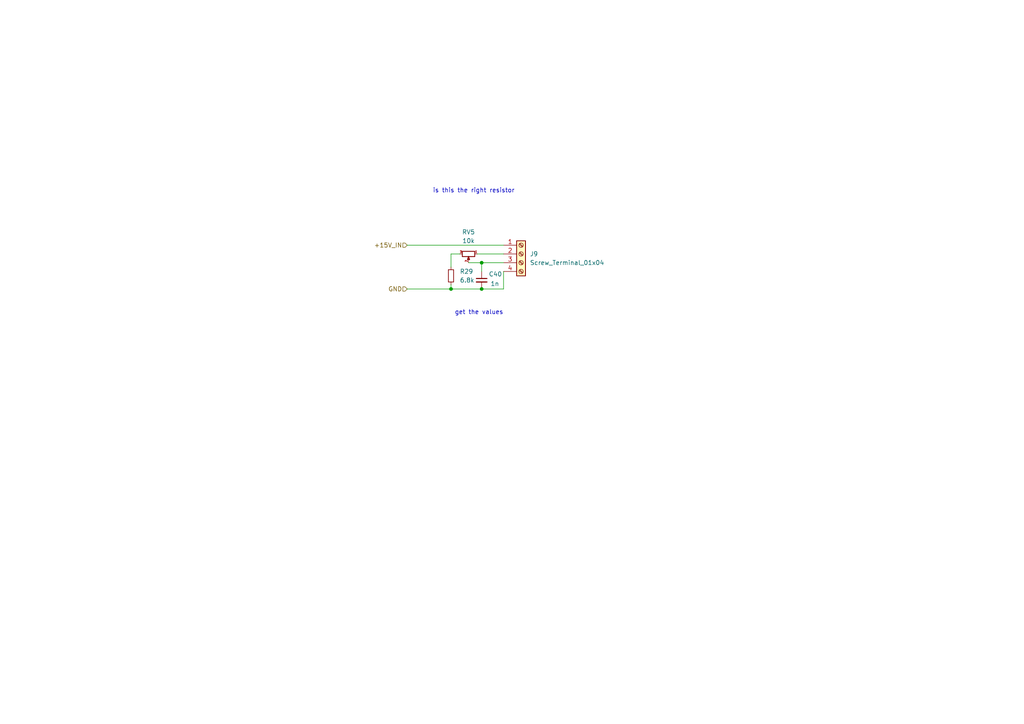
<source format=kicad_sch>
(kicad_sch (version 20231120) (generator "eeschema") (generator_version "8.0")
  (paper "A4")
  (lib_symbols
    (symbol "Connector:Screw_Terminal_01x04" (pin_names (offset 1.016) hide)
      (property "Reference" "J" (at 0 5.08 0))
      (property "Value" "Screw_Terminal_01x04" (at 0 -7.62 0))
      (symbol "Screw_Terminal_01x04_1_1"
        (rectangle (start -1.27 3.81) (end 1.27 -6.35) (stroke (width 0.254)) (fill (type background)))
        (circle (center 0 -5.08) (radius 0.635) (stroke (width 0.1524)))
        (circle (center 0 -2.54) (radius 0.635) (stroke (width 0.1524)))
        (polyline (pts (xy -0.5334 -4.7498) (xy 0.3302 -5.588)) (stroke (width 0.1524)))
        (polyline (pts (xy -0.5334 -2.2098) (xy 0.3302 -3.048)) (stroke (width 0.1524)))
        (polyline (pts (xy -0.5334 0.3302) (xy 0.3302 -0.508)) (stroke (width 0.1524)))
        (polyline (pts (xy -0.5334 2.8702) (xy 0.3302 2.032)) (stroke (width 0.1524)))
        (polyline (pts (xy -0.3556 -4.572) (xy 0.508 -5.4102)) (stroke (width 0.1524)))
        (polyline (pts (xy -0.3556 -2.032) (xy 0.508 -2.8702)) (stroke (width 0.1524)))
        (polyline (pts (xy -0.3556 0.508) (xy 0.508 -0.3302)) (stroke (width 0.1524)))
        (polyline (pts (xy -0.3556 3.048) (xy 0.508 2.2098)) (stroke (width 0.1524)))
        (circle (center 0 0) (radius 0.635) (stroke (width 0.1524)))
        (circle (center 0 2.54) (radius 0.635) (stroke (width 0.1524)))
        (pin passive line (at -5.08 2.54 0) (length 3.81) (name "Pin_1") (number "1"))
        (pin passive line (at -5.08 0 0) (length 3.81) (name "Pin_2") (number "2"))
        (pin passive line (at -5.08 -2.54 0) (length 3.81) (name "Pin_3") (number "3"))
        (pin passive line (at -5.08 -5.08 0) (length 3.81) (name "Pin_4") (number "4"))
      )
    )
    (symbol "Device:C_Small" (pin_numbers hide) (pin_names (offset 0.254) hide)
      (property "Reference" "C" (at 0.254 1.778 0))
      (property "Value" "C_Small" (at 0.254 -2.032 0))
      (symbol "C_Small_0_1"
        (polyline (pts (xy -1.524 -0.508) (xy 1.524 -0.508)) (stroke (width 0.3302)))
        (polyline (pts (xy -1.524 0.508) (xy 1.524 0.508)) (stroke (width 0.3048)))
      )
      (symbol "C_Small_1_1"
        (pin passive line (at 0 2.54 270) (length 2.032) (name "~") (number "1"))
        (pin passive line (at 0 -2.54 90) (length 2.032) (name "~") (number "2"))
      )
    )
    (symbol "Device:R_Potentiometer_Small" (pin_names (offset 1.016) hide)
      (property "Reference" "RV" (at -4.445 0 90))
      (property "Value" "R_Potentiometer_Small" (at -2.54 0 90))
      (symbol "R_Potentiometer_Small_0_1"
        (polyline (pts (xy 0.889 0) (xy 0.635 0) (xy 1.651 0.381) (xy 1.651 -0.381) (xy 0.635 0) (xy 0.889 0)) (fill (type outline)))
        (rectangle (start 0.762 1.8034) (end -0.762 -1.8034) (stroke (width 0.254)))
      )
      (symbol "R_Potentiometer_Small_1_1"
        (pin passive line (at 0 2.54 270) (length 0.635) (name "1") (number "1"))
        (pin passive line (at 2.54 0 180) (length 0.9906) (name "2") (number "2"))
        (pin passive line (at 0 -2.54 90) (length 0.635) (name "3") (number "3"))
      )
    )
    (symbol "Device:R_Small" (pin_numbers hide) (pin_names (offset 0.254) hide)
      (property "Reference" "R" (at 0.762 0.508 0))
      (property "Value" "R_Small" (at 0.762 -1.016 0))
      (symbol "R_Small_0_1"
        (rectangle (start -0.762 1.778) (end 0.762 -1.778) (stroke (width 0.2032)))
      )
      (symbol "R_Small_1_1"
        (pin passive line (at 0 2.54 270) (length 0.762) (name "~") (number "1"))
        (pin passive line (at 0 -2.54 90) (length 0.762) (name "~") (number "2"))
      )
    )
  )
  (junction (at 139.7 83.82))
  (junction (at 130.81 83.82))
  (junction (at 139.7 76.2))
  (wire (pts (xy 146.05 76.2) (xy 139.7 76.2)))
  (wire (pts (xy 118.11 71.12) (xy 146.05 71.12)))
  (wire (pts (xy 130.81 82.55) (xy 130.81 83.82)))
  (wire (pts (xy 130.81 83.82) (xy 139.7 83.82)))
  (wire (pts (xy 135.89 76.2) (xy 139.7 76.2)))
  (wire (pts (xy 118.11 83.82) (xy 130.81 83.82)))
  (wire (pts (xy 130.81 73.66) (xy 130.81 77.47)))
  (wire (pts (xy 146.05 78.74) (xy 146.05 83.82)))
  (wire (pts (xy 146.05 83.82) (xy 139.7 83.82)))
  (wire (pts (xy 138.43 73.66) (xy 146.05 73.66)))
  (wire (pts (xy 139.7 78.74) (xy 139.7 76.2)))
  (wire (pts (xy 133.35 73.66) (xy 130.81 73.66)))
  (text "is this the right resistor\n" (at 137.414 55.372 0) (effects (font (size 1.27 1.27))))
  (text "get the values" (at 138.938 90.678 0) (effects (font (size 1.27 1.27))))
  (hierarchical_label "GND" (shape input) (at 118.11 83.82 180))
  (hierarchical_label "+15V_IN" (shape input) (at 118.11 71.12 180))
  (symbol (lib_id "Device:C_Small") (at 139.7 81.28 0) (unit 1)
    (property "Reference" "C40" (at 141.732 79.502 0) (effects (justify left)))
    (property "Value" "1n" (at 142.24 82.296 0) (effects (justify left)))
    (property "Footprint" "Capacitor_SMD:C_0805_2012Metric" (effects (hide yes)))
    (property "Description" "Unpolarized capacitor, small symbol" (effects (hide yes)))
    (instances (project "bellamu" (path "" (reference "C40") (unit 1)) (path "" (reference "C34") (unit 1))))
  )
  (symbol (lib_id "Connector:Screw_Terminal_01x04") (at 151.13 73.66 0) (unit 1)
    (property "Reference" "J9" (at 153.67 73.6599 0) (effects (justify left)))
    (property "Value" "Screw_Terminal_01x04" (at 153.67 76.1999 0) (effects (justify left)))
    (property "Footprint" "screwterm:1725672" (effects (hide yes)))
    (property "Description" "Generic screw terminal, single row, 01x04, script generated (kicad-library-utils/schlib/autogen/connector/)" (effects (hide yes)))
    (instances (project "bellamu" (path "" (reference "J9") (unit 1)) (path "" (reference "J7") (unit 1))))
  )
  (symbol (lib_id "Device:R_Potentiometer_Small") (at 135.89 73.66 270) (unit 1)
    (property "Reference" "RV5" (at 135.89 67.31 90))
    (property "Value" "10k" (at 135.89 69.85 90))
    (property "Footprint" "Potentiometer_THT:Potentiometer_Bourns_3266W_Vertical" (effects (hide yes)))
    (property "Description" "Potentiometer" (effects (hide yes)))
    (instances (project "bellamu" (path "" (reference "RV5") (unit 1)) (path "" (reference "RV6") (unit 1))))
  )
  (symbol (lib_id "Device:R_Small") (at 130.81 80.01 0) (unit 1)
    (property "Reference" "R29" (at 133.35 78.7399 0) (effects (justify left)))
    (property "Value" "6.8k" (at 133.35 81.2799 0) (effects (justify left)))
    (property "Footprint" "Resistor_SMD:R_0805_2012Metric" (effects (hide yes)))
    (property "Description" "Resistor, small symbol" (effects (hide yes)))
    (instances (project "bellamu" (path "" (reference "R29") (unit 1)) (path "" (reference "R26") (unit 1))))
  )
)
</source>
